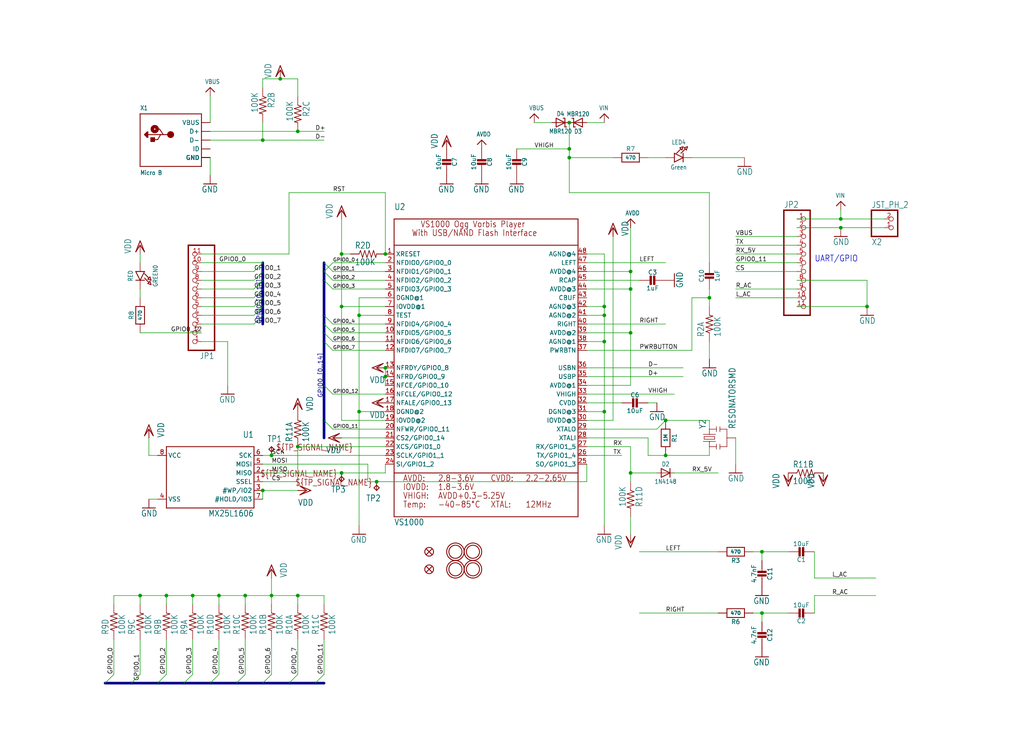
<source format=kicad_sch>
(kicad_sch (version 20230121) (generator eeschema)
  (paper "User" 297.002 218.313)
  (junction (at 99.06 137.16))
  (junction (at 40.64 172.72))
  (junction (at 182.88 83.82))
  (junction (at 182.88 137.16))
  (junction (at 78.74 172.72))
  (junction (at 76.2 40.64))
  (junction (at 86.36 172.72))
  (junction (at 71.12 172.72))
  (junction (at 220.98 160.02))
  (junction (at 48.26 172.72))
  (junction (at 111.76 109.22))
  (junction (at 81.28 22.86))
  (junction (at 99.06 88.9))
  (junction (at 111.76 106.68))
  (junction (at 104.14 119.38))
  (junction (at 86.36 129.54))
  (junction (at 99.06 73.66))
  (junction (at 78.74 132.08))
  (junction (at 182.88 96.52))
  (junction (at 55.88 172.72))
  (junction (at 165.1 43.18))
  (junction (at 220.98 177.8))
  (junction (at 104.14 91.44))
  (junction (at 86.36 38.1))
  (junction (at 111.76 73.66))
  (junction (at 182.88 78.74))
  (junction (at 205.74 86.36))
  (junction (at 63.5 172.72))
  (junction (at 175.26 119.38))
  (junction (at 251.46 88.9))
  (junction (at 165.1 45.72))
  (junction (at 76.2 142.24))
  (junction (at 243.84 63.5))
  (junction (at 193.04 132.08))
  (junction (at 193.04 121.92))
  (junction (at 175.26 91.44))
  (junction (at 243.84 66.04))
  (junction (at 165.1 35.56))
  (junction (at 175.26 88.9))
  (junction (at 109.22 139.7))
  (junction (at 175.26 99.06))
  (bus_entry (at 73.66 88.9) (size 2.54 -2.54))
  (bus_entry (at 63.5 195.58) (size -2.54 2.54))
  (bus_entry (at 73.66 83.82) (size 2.54 -2.54))
  (bus_entry (at 93.98 195.58) (size -2.54 2.54))
  (bus_entry (at 48.26 195.58) (size -2.54 2.54))
  (bus_entry (at 96.52 101.6) (size -2.54 -2.54))
  (bus_entry (at 73.66 86.36) (size 2.54 -2.54))
  (bus_entry (at 96.52 78.74) (size -2.54 -2.54))
  (bus_entry (at 96.52 76.2) (size -2.54 2.54))
  (bus_entry (at 71.12 195.58) (size -2.54 2.54))
  (bus_entry (at 73.66 91.44) (size 2.54 -2.54))
  (bus_entry (at 96.52 124.46) (size -2.54 -2.54))
  (bus_entry (at 73.66 78.74) (size 2.54 -2.54))
  (bus_entry (at 86.36 195.58) (size -2.54 2.54))
  (bus_entry (at 96.52 93.98) (size -2.54 -2.54))
  (bus_entry (at 96.52 99.06) (size -2.54 -2.54))
  (bus_entry (at 40.64 195.58) (size -2.54 2.54))
  (bus_entry (at 78.74 195.58) (size -2.54 2.54))
  (bus_entry (at 73.66 81.28) (size 2.54 -2.54))
  (bus_entry (at 96.52 83.82) (size -2.54 -2.54))
  (bus_entry (at 55.88 195.58) (size -2.54 2.54))
  (bus_entry (at 96.52 81.28) (size -2.54 -2.54))
  (bus_entry (at 73.66 93.98) (size 2.54 -2.54))
  (bus_entry (at 96.52 114.3) (size -2.54 -2.54))
  (bus_entry (at 33.02 195.58) (size -2.54 2.54))
  (bus_entry (at 96.52 96.52) (size -2.54 -2.54))
  (wire (pts (xy 177.8 45.72) (xy 165.1 45.72)) (stroke (width 0.1524)))
  (wire (pts (xy 60.96 38.1) (xy 86.36 38.1)) (stroke (width 0.1524)))
  (wire (pts (xy 175.26 88.9) (xy 170.18 88.9)) (stroke (width 0.1524)))
  (wire (pts (xy 33.02 172.72) (xy 40.64 172.72)) (stroke (width 0.1524)))
  (wire (pts (xy 251.46 81.28) (xy 251.46 88.9)) (stroke (width 0.1524)))
  (wire (pts (xy 205.74 104.14) (xy 205.74 99.06)) (stroke (width 0.1524)))
  (wire (pts (xy 170.18 132.08) (xy 180.34 132.08)) (stroke (width 0.1524)))
  (wire (pts (xy 111.76 129.54) (xy 86.36 129.54)) (stroke (width 0.1524)))
  (wire (pts (xy 111.76 119.38) (xy 104.14 119.38)) (stroke (width 0.1524)))
  (wire (pts (xy 60.96 27.94) (xy 60.96 35.56)) (stroke (width 0.1524)))
  (wire (pts (xy 104.14 119.38) (xy 104.14 152.4)) (stroke (width 0.1524)))
  (wire (pts (xy 170.18 129.54) (xy 182.88 129.54)) (stroke (width 0.1524)))
  (wire (pts (xy 40.64 83.82) (xy 40.64 86.36)) (stroke (width 0.1524)))
  (wire (pts (xy 58.42 81.28) (xy 73.66 81.28)) (stroke (width 0.1524)))
  (wire (pts (xy 58.42 93.98) (xy 73.66 93.98)) (stroke (width 0.1524)))
  (bus (pts (xy 93.98 93.98) (xy 93.98 96.52)) (stroke (width 0.762)))
  (bus (pts (xy 76.2 198.12) (xy 83.82 198.12)) (stroke (width 0.762)))
  (wire (pts (xy 58.42 76.2) (xy 76.2 76.2)) (stroke (width 0.1524)))
  (wire (pts (xy 175.26 99.06) (xy 175.26 119.38)) (stroke (width 0.1524)))
  (wire (pts (xy 83.82 55.88) (xy 111.76 55.88)) (stroke (width 0.1524)))
  (wire (pts (xy 55.88 195.58) (xy 55.88 185.42)) (stroke (width 0.1524)))
  (wire (pts (xy 76.2 40.64) (xy 60.96 40.64)) (stroke (width 0.1524)))
  (wire (pts (xy 78.74 172.72) (xy 86.36 172.72)) (stroke (width 0.1524)))
  (bus (pts (xy 93.98 76.2) (xy 93.98 78.74)) (stroke (width 0.762)))
  (wire (pts (xy 101.6 73.66) (xy 99.06 73.66)) (stroke (width 0.1524)))
  (wire (pts (xy 205.74 55.88) (xy 205.74 76.2)) (stroke (width 0.1524)))
  (wire (pts (xy 165.1 43.18) (xy 165.1 45.72)) (stroke (width 0.1524)))
  (wire (pts (xy 86.36 38.1) (xy 93.98 38.1)) (stroke (width 0.1524)))
  (wire (pts (xy 231.14 71.12) (xy 213.36 71.12)) (stroke (width 0.1524)))
  (bus (pts (xy 93.98 111.76) (xy 93.98 121.92)) (stroke (width 0.762)))
  (wire (pts (xy 175.26 91.44) (xy 175.26 99.06)) (stroke (width 0.1524)))
  (wire (pts (xy 111.76 93.98) (xy 96.52 93.98)) (stroke (width 0.1524)))
  (wire (pts (xy 109.22 139.7) (xy 170.18 139.7)) (stroke (width 0.1524)))
  (wire (pts (xy 170.18 35.56) (xy 175.26 35.56)) (stroke (width 0.1524)))
  (wire (pts (xy 43.18 132.08) (xy 45.72 132.08)) (stroke (width 0.1524)))
  (wire (pts (xy 170.18 93.98) (xy 193.04 93.98)) (stroke (width 0.1524)))
  (wire (pts (xy 231.14 76.2) (xy 213.36 76.2)) (stroke (width 0.1524)))
  (wire (pts (xy 231.14 83.82) (xy 213.36 83.82)) (stroke (width 0.1524)))
  (wire (pts (xy 40.64 195.58) (xy 40.64 185.42)) (stroke (width 0.1524)))
  (bus (pts (xy 76.2 91.44) (xy 76.2 93.98)) (stroke (width 0.762)))
  (wire (pts (xy 111.76 106.68) (xy 111.76 109.22)) (stroke (width 0.1524)))
  (wire (pts (xy 63.5 172.72) (xy 71.12 172.72)) (stroke (width 0.1524)))
  (wire (pts (xy 111.76 114.3) (xy 96.52 114.3)) (stroke (width 0.1524)))
  (bus (pts (xy 76.2 81.28) (xy 76.2 83.82)) (stroke (width 0.762)))
  (wire (pts (xy 170.18 101.6) (xy 200.66 101.6)) (stroke (width 0.1524)))
  (bus (pts (xy 76.2 88.9) (xy 76.2 91.44)) (stroke (width 0.762)))
  (wire (pts (xy 99.06 137.16) (xy 111.76 137.16)) (stroke (width 0.1524)))
  (wire (pts (xy 236.22 177.8) (xy 236.22 172.72)) (stroke (width 0.1524)))
  (wire (pts (xy 185.42 177.8) (xy 208.28 177.8)) (stroke (width 0.1524)))
  (wire (pts (xy 165.1 55.88) (xy 205.74 55.88)) (stroke (width 0.1524)))
  (wire (pts (xy 86.36 195.58) (xy 86.36 185.42)) (stroke (width 0.1524)))
  (wire (pts (xy 86.36 22.86) (xy 86.36 27.94)) (stroke (width 0.1524)))
  (wire (pts (xy 76.2 142.24) (xy 86.36 142.24)) (stroke (width 0.1524)))
  (wire (pts (xy 256.54 66.04) (xy 243.84 66.04)) (stroke (width 0.1524)))
  (wire (pts (xy 170.18 78.74) (xy 182.88 78.74)) (stroke (width 0.1524)))
  (wire (pts (xy 86.36 139.7) (xy 76.2 139.7)) (stroke (width 0.1524)))
  (wire (pts (xy 205.74 83.82) (xy 205.74 86.36)) (stroke (width 0.1524)))
  (wire (pts (xy 231.14 68.58) (xy 213.36 68.58)) (stroke (width 0.1524)))
  (wire (pts (xy 78.74 167.64) (xy 78.74 172.72)) (stroke (width 0.1524)))
  (wire (pts (xy 33.02 195.58) (xy 33.02 185.42)) (stroke (width 0.1524)))
  (wire (pts (xy 236.22 172.72) (xy 254 172.72)) (stroke (width 0.1524)))
  (wire (pts (xy 55.88 172.72) (xy 63.5 172.72)) (stroke (width 0.1524)))
  (wire (pts (xy 71.12 195.58) (xy 71.12 185.42)) (stroke (width 0.1524)))
  (wire (pts (xy 231.14 73.66) (xy 213.36 73.66)) (stroke (width 0.1524)))
  (wire (pts (xy 190.5 124.46) (xy 193.04 121.92)) (stroke (width 0.1524)))
  (wire (pts (xy 111.76 76.2) (xy 96.52 76.2)) (stroke (width 0.1524)))
  (bus (pts (xy 60.96 198.12) (xy 68.58 198.12)) (stroke (width 0.762)))
  (wire (pts (xy 106.68 134.62) (xy 106.68 139.7)) (stroke (width 0.1524)))
  (wire (pts (xy 104.14 91.44) (xy 104.14 119.38)) (stroke (width 0.1524)))
  (wire (pts (xy 182.88 96.52) (xy 182.88 83.82)) (stroke (width 0.1524)))
  (wire (pts (xy 182.88 137.16) (xy 182.88 139.7)) (stroke (width 0.1524)))
  (bus (pts (xy 30.48 198.12) (xy 38.1 198.12)) (stroke (width 0.762)))
  (wire (pts (xy 220.98 177.8) (xy 228.6 177.8)) (stroke (width 0.1524)))
  (wire (pts (xy 170.18 106.68) (xy 198.12 106.68)) (stroke (width 0.1524)))
  (bus (pts (xy 93.98 99.06) (xy 93.98 111.76)) (stroke (width 0.762)))
  (wire (pts (xy 76.2 137.16) (xy 99.06 137.16)) (stroke (width 0.1524)))
  (wire (pts (xy 200.66 101.6) (xy 200.66 86.36)) (stroke (width 0.1524)))
  (wire (pts (xy 218.44 160.02) (xy 220.98 160.02)) (stroke (width 0.1524)))
  (wire (pts (xy 218.44 177.8) (xy 220.98 177.8)) (stroke (width 0.1524)))
  (wire (pts (xy 154.94 35.56) (xy 160.02 35.56)) (stroke (width 0.1524)))
  (wire (pts (xy 187.96 116.84) (xy 190.5 116.84)) (stroke (width 0.1524)))
  (wire (pts (xy 99.06 121.92) (xy 99.06 88.9)) (stroke (width 0.1524)))
  (wire (pts (xy 205.74 132.08) (xy 193.04 132.08)) (stroke (width 0.1524)))
  (wire (pts (xy 193.04 132.08) (xy 187.96 132.08)) (stroke (width 0.1524)))
  (wire (pts (xy 243.84 66.04) (xy 231.14 66.04)) (stroke (width 0.1524)))
  (wire (pts (xy 165.1 43.18) (xy 165.1 35.56)) (stroke (width 0.1524)))
  (wire (pts (xy 182.88 78.74) (xy 182.88 66.04)) (stroke (width 0.1524)))
  (wire (pts (xy 170.18 83.82) (xy 182.88 83.82)) (stroke (width 0.1524)))
  (wire (pts (xy 99.06 88.9) (xy 99.06 73.66)) (stroke (width 0.1524)))
  (wire (pts (xy 170.18 99.06) (xy 175.26 99.06)) (stroke (width 0.1524)))
  (wire (pts (xy 231.14 81.28) (xy 251.46 81.28)) (stroke (width 0.1524)))
  (wire (pts (xy 78.74 132.08) (xy 76.2 132.08)) (stroke (width 0.1524)))
  (bus (pts (xy 93.98 91.44) (xy 93.98 93.98)) (stroke (width 0.762)))
  (bus (pts (xy 38.1 198.12) (xy 45.72 198.12)) (stroke (width 0.762)))
  (wire (pts (xy 200.66 45.72) (xy 215.9 45.72)) (stroke (width 0.1524)))
  (wire (pts (xy 170.18 121.92) (xy 177.8 121.92)) (stroke (width 0.1524)))
  (wire (pts (xy 40.64 96.52) (xy 58.42 96.52)) (stroke (width 0.1524)))
  (wire (pts (xy 83.82 73.66) (xy 83.82 55.88)) (stroke (width 0.1524)))
  (wire (pts (xy 76.2 25.4) (xy 76.2 22.86)) (stroke (width 0.1524)))
  (wire (pts (xy 76.2 142.24) (xy 76.2 144.78)) (stroke (width 0.1524)))
  (wire (pts (xy 170.18 73.66) (xy 175.26 73.66)) (stroke (width 0.1524)))
  (wire (pts (xy 182.88 83.82) (xy 182.88 78.74)) (stroke (width 0.1524)))
  (bus (pts (xy 76.2 86.36) (xy 76.2 88.9)) (stroke (width 0.762)))
  (wire (pts (xy 40.64 172.72) (xy 48.26 172.72)) (stroke (width 0.1524)))
  (wire (pts (xy 175.26 119.38) (xy 175.26 152.4)) (stroke (width 0.1524)))
  (wire (pts (xy 111.76 78.74) (xy 96.52 78.74)) (stroke (width 0.1524)))
  (wire (pts (xy 165.1 45.72) (xy 165.1 55.88)) (stroke (width 0.1524)))
  (wire (pts (xy 48.26 172.72) (xy 55.88 172.72)) (stroke (width 0.1524)))
  (wire (pts (xy 200.66 86.36) (xy 205.74 86.36)) (stroke (width 0.1524)))
  (wire (pts (xy 170.18 91.44) (xy 175.26 91.44)) (stroke (width 0.1524)))
  (wire (pts (xy 66.04 99.06) (xy 66.04 111.76)) (stroke (width 0.1524)))
  (wire (pts (xy 170.18 116.84) (xy 180.34 116.84)) (stroke (width 0.1524)))
  (wire (pts (xy 93.98 185.42) (xy 93.98 195.58)) (stroke (width 0.1524)))
  (wire (pts (xy 43.18 144.78) (xy 45.72 144.78)) (stroke (width 0.1524)))
  (wire (pts (xy 220.98 160.02) (xy 220.98 162.56)) (stroke (width 0.1524)))
  (wire (pts (xy 231.14 78.74) (xy 213.36 78.74)) (stroke (width 0.1524)))
  (wire (pts (xy 93.98 175.26) (xy 93.98 172.72)) (stroke (width 0.1524)))
  (wire (pts (xy 86.36 129.54) (xy 86.36 139.7)) (stroke (width 0.1524)))
  (wire (pts (xy 170.18 76.2) (xy 193.04 76.2)) (stroke (width 0.1524)))
  (bus (pts (xy 53.34 198.12) (xy 60.96 198.12)) (stroke (width 0.762)))
  (bus (pts (xy 83.82 198.12) (xy 91.44 198.12)) (stroke (width 0.762)))
  (wire (pts (xy 243.84 63.5) (xy 256.54 63.5)) (stroke (width 0.1524)))
  (bus (pts (xy 68.58 198.12) (xy 76.2 198.12)) (stroke (width 0.762)))
  (wire (pts (xy 254 167.64) (xy 236.22 167.64)) (stroke (width 0.1524)))
  (wire (pts (xy 111.76 121.92) (xy 99.06 121.92)) (stroke (width 0.1524)))
  (wire (pts (xy 231.14 63.5) (xy 243.84 63.5)) (stroke (width 0.1524)))
  (wire (pts (xy 182.88 129.54) (xy 182.88 137.16)) (stroke (width 0.1524)))
  (wire (pts (xy 220.98 160.02) (xy 228.6 160.02)) (stroke (width 0.1524)))
  (wire (pts (xy 111.76 81.28) (xy 96.52 81.28)) (stroke (width 0.1524)))
  (wire (pts (xy 111.76 124.46) (xy 96.52 124.46)) (stroke (width 0.1524)))
  (bus (pts (xy 93.98 78.74) (xy 93.98 81.28)) (stroke (width 0.762)))
  (wire (pts (xy 213.36 127) (xy 213.36 134.62)) (stroke (width 0.1524)))
  (wire (pts (xy 106.68 139.7) (xy 109.22 139.7)) (stroke (width 0.1524)))
  (wire (pts (xy 76.2 22.86) (xy 81.28 22.86)) (stroke (width 0.1524)))
  (wire (pts (xy 93.98 40.64) (xy 76.2 40.64)) (stroke (width 0.1524)))
  (wire (pts (xy 111.76 88.9) (xy 99.06 88.9)) (stroke (width 0.1524)))
  (wire (pts (xy 81.28 22.86) (xy 86.36 22.86)) (stroke (width 0.1524)))
  (wire (pts (xy 205.74 121.92) (xy 205.74 124.46)) (stroke (width 0.1524)))
  (wire (pts (xy 182.88 149.86) (xy 182.88 154.94)) (stroke (width 0.1524)))
  (bus (pts (xy 76.2 76.2) (xy 76.2 78.74)) (stroke (width 0.762)))
  (wire (pts (xy 187.96 45.72) (xy 193.04 45.72)) (stroke (width 0.1524)))
  (bus (pts (xy 93.98 121.92) (xy 93.98 127)) (stroke (width 0.762)))
  (wire (pts (xy 236.22 160.02) (xy 236.22 167.64)) (stroke (width 0.1524)))
  (wire (pts (xy 40.64 175.26) (xy 40.64 172.72)) (stroke (width 0.1524)))
  (wire (pts (xy 58.42 99.06) (xy 66.04 99.06)) (stroke (width 0.1524)))
  (bus (pts (xy 76.2 78.74) (xy 76.2 81.28)) (stroke (width 0.762)))
  (bus (pts (xy 91.44 198.12) (xy 93.98 198.12)) (stroke (width 0.762)))
  (wire (pts (xy 58.42 88.9) (xy 73.66 88.9)) (stroke (width 0.1524)))
  (bus (pts (xy 93.98 96.52) (xy 93.98 99.06)) (stroke (width 0.762)))
  (wire (pts (xy 170.18 81.28) (xy 185.42 81.28)) (stroke (width 0.1524)))
  (wire (pts (xy 48.26 175.26) (xy 48.26 172.72)) (stroke (width 0.1524)))
  (wire (pts (xy 58.42 86.36) (xy 73.66 86.36)) (stroke (width 0.1524)))
  (wire (pts (xy 63.5 175.26) (xy 63.5 172.72)) (stroke (width 0.1524)))
  (wire (pts (xy 213.36 86.36) (xy 231.14 86.36)) (stroke (width 0.1524)))
  (wire (pts (xy 111.76 111.76) (xy 111.76 109.22)) (stroke (width 0.1524)))
  (wire (pts (xy 175.26 88.9) (xy 175.26 91.44)) (stroke (width 0.1524)))
  (wire (pts (xy 190.5 137.16) (xy 182.88 137.16)) (stroke (width 0.1524)))
  (wire (pts (xy 187.96 127) (xy 170.18 127)) (stroke (width 0.1524)))
  (wire (pts (xy 111.76 83.82) (xy 96.52 83.82)) (stroke (width 0.1524)))
  (wire (pts (xy 177.8 121.92) (xy 177.8 68.58)) (stroke (width 0.1524)))
  (wire (pts (xy 78.74 175.26) (xy 78.74 172.72)) (stroke (width 0.1524)))
  (wire (pts (xy 170.18 109.22) (xy 198.12 109.22)) (stroke (width 0.1524)))
  (wire (pts (xy 43.18 127) (xy 43.18 132.08)) (stroke (width 0.1524)))
  (wire (pts (xy 170.18 119.38) (xy 175.26 119.38)) (stroke (width 0.1524)))
  (wire (pts (xy 111.76 55.88) (xy 111.76 73.66)) (stroke (width 0.1524)))
  (wire (pts (xy 55.88 175.26) (xy 55.88 172.72)) (stroke (width 0.1524)))
  (wire (pts (xy 195.58 137.16) (xy 208.28 137.16)) (stroke (width 0.1524)))
  (wire (pts (xy 187.96 132.08) (xy 187.96 127)) (stroke (width 0.1524)))
  (wire (pts (xy 58.42 91.44) (xy 73.66 91.44)) (stroke (width 0.1524)))
  (wire (pts (xy 175.26 73.66) (xy 175.26 88.9)) (stroke (width 0.1524)))
  (wire (pts (xy 111.76 101.6) (xy 96.52 101.6)) (stroke (width 0.1524)))
  (wire (pts (xy 76.2 35.56) (xy 76.2 40.64)) (stroke (width 0.1524)))
  (wire (pts (xy 71.12 172.72) (xy 78.74 172.72)) (stroke (width 0.1524)))
  (wire (pts (xy 58.42 83.82) (xy 73.66 83.82)) (stroke (width 0.1524)))
  (wire (pts (xy 170.18 96.52) (xy 182.88 96.52)) (stroke (width 0.1524)))
  (wire (pts (xy 170.18 111.76) (xy 182.88 111.76)) (stroke (width 0.1524)))
  (wire (pts (xy 63.5 195.58) (xy 63.5 185.42)) (stroke (width 0.1524)))
  (wire (pts (xy 170.18 124.46) (xy 190.5 124.46)) (stroke (width 0.1524)))
  (wire (pts (xy 243.84 63.5) (xy 243.84 60.96)) (stroke (width 0.1524)))
  (wire (pts (xy 33.02 175.26) (xy 33.02 172.72)) (stroke (width 0.1524)))
  (wire (pts (xy 104.14 86.36) (xy 104.14 91.44)) (stroke (width 0.1524)))
  (bus (pts (xy 45.72 198.12) (xy 53.34 198.12)) (stroke (width 0.762)))
  (wire (pts (xy 111.76 132.08) (xy 78.74 132.08)) (stroke (width 0.1524)))
  (wire (pts (xy 40.64 73.66) (xy 40.64 76.2)) (stroke (width 0.1524)))
  (wire (pts (xy 170.18 114.3) (xy 195.58 114.3)) (stroke (width 0.1524)))
  (wire (pts (xy 78.74 195.58) (xy 78.74 185.42)) (stroke (width 0.1524)))
  (wire (pts (xy 185.42 160.02) (xy 208.28 160.02)) (stroke (width 0.1524)))
  (wire (pts (xy 193.04 121.92) (xy 205.74 121.92)) (stroke (width 0.1524)))
  (wire (pts (xy 149.86 43.18) (xy 165.1 43.18)) (stroke (width 0.1524)))
  (wire (pts (xy 111.76 99.06) (xy 96.52 99.06)) (stroke (width 0.1524)))
  (wire (pts (xy 58.42 78.74) (xy 73.66 78.74)) (stroke (width 0.1524)))
  (wire (pts (xy 60.96 50.8) (xy 60.96 45.72)) (stroke (width 0.1524)))
  (wire (pts (xy 170.18 139.7) (xy 170.18 134.62)) (stroke (width 0.1524)))
  (wire (pts (xy 76.2 134.62) (xy 106.68 134.62)) (stroke (width 0.1524)))
  (wire (pts (xy 111.76 137.16) (xy 111.76 134.62)) (stroke (width 0.1524)))
  (wire (pts (xy 86.36 172.72) (xy 93.98 172.72)) (stroke (width 0.1524)))
  (wire (pts (xy 99.06 73.66) (xy 99.06 63.5)) (stroke (width 0.1524)))
  (wire (pts (xy 111.76 91.44) (xy 104.14 91.44)) (stroke (width 0.1524)))
  (wire (pts (xy 48.26 195.58) (xy 48.26 185.42)) (stroke (width 0.1524)))
  (bus (pts (xy 76.2 83.82) (xy 76.2 86.36)) (stroke (width 0.762)))
  (wire (pts (xy 231.14 88.9) (xy 251.46 88.9)) (stroke (width 0.1524)))
  (wire (pts (xy 58.42 73.66) (xy 83.82 73.66)) (stroke (width 0.1524)))
  (wire (pts (xy 182.88 111.76) (xy 182.88 96.52)) (stroke (width 0.1524)))
  (wire (pts (xy 86.36 175.26) (xy 86.36 172.72)) (stroke (width 0.1524)))
  (wire (pts (xy 205.74 86.36) (xy 205.74 88.9)) (stroke (width 0.1524)))
  (bus (pts (xy 93.98 81.28) (xy 93.98 91.44)) (stroke (width 0.762)))
  (wire (pts (xy 205.74 129.54) (xy 205.74 132.08)) (stroke (width 0.1524)))
  (wire (pts (xy 111.76 86.36) (xy 104.14 86.36)) (stroke (width 0.1524)))
  (wire (pts (xy 111.76 127) (xy 99.06 127)) (stroke (width 0.1524)))
  (wire (pts (xy 71.12 175.26) (xy 71.12 172.72)) (stroke (width 0.1524)))
  (wire (pts (xy 220.98 177.8) (xy 220.98 180.34)) (stroke (width 0.1524)))
  (wire (pts (xy 111.76 96.52) (xy 96.52 96.52)) (stroke (width 0.1524)))
  (text "UART/GPIO" (at 236.22 76.2 0) (effects (font (size 1.778 1.5113)) (justify left bottom)))
  (label "GPIO0_6" (at 73.66 91.44 0) (effects (font (size 1.2446 1.2446))))
  (label "LEFT" (at 193.04 160.02 0) (effects (font (size 1.2446 1.2446))))
  (label "GPIO0_[0..14]" (at 93.98 102.235 270) (effects (font (size 1.2446 1.2446))))
  (label "GPIO0_5" (at 71.12 195.58 90) (effects (font (size 1.2446 1.2446))))
  (label "GPIO0_5" (at 96.52 96.52 0) (effects (font (size 1.016 1.016))))
  (label "TX" (at 213.36 71.12 0) (effects (font (size 1.2446 1.2446))))
  (label "GPIO0_5" (at 73.66 88.9 0) (effects (font (size 1.2446 1.2446))))
  (label "GPIO0_7" (at 86.36 195.58 90) (effects (font (size 1.2446 1.2446))))
  (label "GPIO0_0" (at 96.52 76.2 0) (effects (font (size 1.016 1.016))))
  (label "VHIGH" (at 187.96 114.3 0) (effects (font (size 1.2446 1.2446))))
  (label "GPIO0_11" (at 96.52 124.46 0) (effects (font (size 1.016 1.016))))
  (label "CS" (at 213.36 78.74 0) (effects (font (size 1.2446 1.2446))))
  (label "GPIO0_7" (at 96.52 101.6 0) (effects (font (size 1.016 1.016))))
  (label "D+" (at 187.96 109.22 0) (effects (font (size 1.2446 1.2446))))
  (label "GPIO0_12" (at 49.53 96.52 0) (effects (font (size 1.2446 1.2446))))
  (label "MISO" (at 78.74 137.16 0) (effects (font (size 1.2446 1.2446))))
  (label "GPIO0_3" (at 73.66 83.82 0) (effects (font (size 1.2446 1.2446))))
  (label "GPIO0_4" (at 73.66 86.36 0) (effects (font (size 1.2446 1.2446))))
  (label "GPIO0_2" (at 48.26 195.58 90) (effects (font (size 1.2446 1.2446))))
  (label "CS" (at 78.74 139.7 0) (effects (font (size 1.2446 1.2446))))
  (label "GPIO0_4" (at 96.52 93.98 0) (effects (font (size 1.016 1.016))))
  (label "D-" (at 187.96 106.68 0) (effects (font (size 1.2446 1.2446))))
  (label "RX" (at 177.8 129.54 0) (effects (font (size 1.2446 1.2446))))
  (label "RX_5V" (at 200.66 137.16 0) (effects (font (size 1.2446 1.2446))))
  (label "RIGHT" (at 185.42 93.98 0) (effects (font (size 1.2446 1.2446))))
  (label "LEFT" (at 185.42 76.2 0) (effects (font (size 1.2446 1.2446))))
  (label "GPIO0_[0..14]" (at 76.2 93.98 90) (effects (font (size 1.2446 1.2446))))
  (label "GPIO0_7" (at 73.66 93.98 0) (effects (font (size 1.2446 1.2446))))
  (label "MOSI" (at 78.74 134.62 0) (effects (font (size 1.2446 1.2446))))
  (label "GPIO0_11" (at 93.98 195.58 90) (effects (font (size 1.2446 1.2446))))
  (label "GPIO0_0" (at 63.5 76.2 0) (effects (font (size 1.2446 1.2446))))
  (label "RST" (at 96.52 55.88 0) (effects (font (size 1.2446 1.2446))))
  (label "L_AC" (at 241.3 167.64 0) (effects (font (size 1.2446 1.2446))))
  (label "GPIO0_1" (at 73.66 78.74 0) (effects (font (size 1.2446 1.2446))))
  (label "R_AC" (at 241.3 172.72 0) (effects (font (size 1.2446 1.2446))))
  (label "TX" (at 177.8 132.08 0) (effects (font (size 1.2446 1.2446))))
  (label "GPIO0_1" (at 96.52 78.74 0) (effects (font (size 1.016 1.016))))
  (label "D+" (at 91.44 38.1 0) (effects (font (size 1.2446 1.2446))))
  (label "RX_5V" (at 213.36 73.66 0) (effects (font (size 1.2446 1.2446))))
  (label "GPIO0_2" (at 73.66 81.28 0) (effects (font (size 1.2446 1.2446))))
  (label "GPIO0_4" (at 63.5 195.58 90) (effects (font (size 1.2446 1.2446))))
  (label "VHIGH" (at 154.94 43.18 0) (effects (font (size 1.2446 1.2446))))
  (label "GPIO0_6" (at 96.52 99.06 0) (effects (font (size 1.016 1.016))))
  (label "GPIO0_3" (at 55.88 195.58 90) (effects (font (size 1.2446 1.2446))))
  (label "RIGHT" (at 193.04 177.8 0) (effects (font (size 1.2446 1.2446))))
  (label "R_AC" (at 213.36 83.82 0) (effects (font (size 1.2446 1.2446))))
  (label "GPIO0_6" (at 78.74 195.58 90) (effects (font (size 1.2446 1.2446))))
  (label "D-" (at 91.44 40.64 0) (effects (font (size 1.2446 1.2446))))
  (label "PWRBUTTON" (at 185.42 101.6 0) (effects (font (size 1.2446 1.2446))))
  (label "GPIO0_12" (at 96.52 114.3 0) (effects (font (size 1.016 1.016))))
  (label "GPIO0_0" (at 33.02 195.58 90) (effects (font (size 1.2446 1.2446))))
  (label "GPIO0_2" (at 96.52 81.28 0) (effects (font (size 1.016 1.016))))
  (label "GPIO0_11" (at 213.36 76.2 0) (effects (font (size 1.2446 1.2446))))
  (label "GPIO0_1" (at 40.64 197.485 90) (effects (font (size 1.2446 1.2446))))
  (label "L_AC" (at 213.36 86.36 0) (effects (font (size 1.2446 1.2446))))
  (label "SCK" (at 78.74 132.08 0) (effects (font (size 1.2446 1.2446))))
  (label "VBUS" (at 213.36 68.58 0) (effects (font (size 1.2446 1.2446))))
  (label "GPIO0_3" (at 96.52 83.82 0) (effects (font (size 1.016 1.016))))
  (symbol (lib_id "working-eagle-import:CAP_CERAMIC0805_10MGAP") (at 129.54 45.72 180) (unit 1)
    (property "Reference" "C7" (at 131.83 46.97 90))
    (property "Value" "10uF" (at 127.24 46.97 90))
    (property "Footprint" "working:0805_10MGAP" (effects hide))
  )
  (symbol (lib_id "working-eagle-import:MOUNTINGHOLE2.5") (at 137.16 165.1 0) (unit 1)
    (property "Reference" "U$5" (effects hide))
    (property "Value" "MOUNTINGHOLE2.5" (effects hide))
    (property "Footprint" "working:MOUNTINGHOLE_2.5_PLATED" (effects hide))
  )
  (symbol (lib_id "working-eagle-import:VDD") (at 99.06 60.96 0) (unit 1)
    (property "Reference" "#VDD5" (effects hide))
    (property "Value" "VDD" (at 96.52 63.5 90) (effects (font (size 1.778 1.5113)) (justify left bottom)))
  )
  (symbol (lib_id "working-eagle-import:VDD") (at 40.64 71.12 0) (unit 1)
    (property "Reference" "#VDD9" (effects hide))
    (property "Value" "VDD" (at 38.1 73.66 90) (effects (font (size 1.778 1.5113)) (justify left bottom)))
  )
  (symbol (lib_id "working-eagle-import:USB_MICRO_20329_V2") (at 50.8 40.64 0) (unit 1)
    (property "Reference" "X1" (at 40.64 32.004 0) (effects (font (size 1.27 1.0795)) (justify left bottom)))
    (property "Value" "Micro B" (at 40.64 50.8 0) (effects (font (size 1.27 1.0795)) (justify left bottom)))
    (property "Footprint" "working:4UCONN_20329_V2" (effects hide))
  )
  (symbol (lib_id "working-eagle-import:CAP_CERAMIC0805-NOOUTLINE") (at 231.14 177.8 270) (mirror x) (unit 1)
    (property "Reference" "C2" (at 232.39 180.09 90))
    (property "Value" "10uF" (at 232.39 175.5 90))
    (property "Footprint" "working:0805-NO" (effects hide))
  )
  (symbol (lib_id "working-eagle-import:RESISTOR_4PACK_US") (at 40.64 180.34 90) (unit 3)
    (property "Reference" "R9" (at 39.1414 184.15 0) (effects (font (size 1.778 1.5113)) (justify left bottom)))
    (property "Value" "100K" (at 43.942 184.15 0) (effects (font (size 1.778 1.5113)) (justify left bottom)))
    (property "Footprint" "working:RESPACK_4X0603" (effects hide))
  )
  (symbol (lib_id "working-eagle-import:VS1000") (at 142.24 104.14 0) (unit 1)
    (property "Reference" "U2" (at 114.3 60.96 0) (effects (font (size 1.778 1.5113)) (justify left bottom)))
    (property "Value" "VS1000" (at 114.3 152.4 0) (effects (font (size 1.778 1.5113)) (justify left bottom)))
    (property "Footprint" "working:LQFP48" (effects hide))
  )
  (symbol (lib_id "working-eagle-import:RESISTOR_4PACK_US") (at 182.88 144.78 270) (unit 4)
    (property "Reference" "R11" (at 184.3786 140.97 0) (effects (font (size 1.778 1.5113)) (justify left bottom)))
    (property "Value" "100K" (at 179.578 140.97 0) (effects (font (size 1.778 1.5113)) (justify left bottom)))
    (property "Footprint" "working:RESPACK_4X0603" (effects hide))
  )
  (symbol (lib_id "working-eagle-import:DIODE-SCHOTTKYSOD-123") (at 162.56 35.56 0) (unit 1)
    (property "Reference" "D4" (at 162.56 33.02 0) (effects (font (size 1.27 1.0795))))
    (property "Value" "MBR120" (at 162.56 38.06 0) (effects (font (size 1.27 1.0795))))
    (property "Footprint" "working:SOD-123" (effects hide))
  )
  (symbol (lib_id "working-eagle-import:VDD") (at 43.18 124.46 0) (mirror y) (unit 1)
    (property "Reference" "#VDD1" (effects hide))
    (property "Value" "VDD" (at 45.72 127 90) (effects (font (size 1.778 1.5113)) (justify left bottom)))
  )
  (symbol (lib_id "working-eagle-import:RESISTOR_4PACK_US") (at 71.12 180.34 90) (unit 3)
    (property "Reference" "R10" (at 69.6214 184.15 0) (effects (font (size 1.778 1.5113)) (justify left bottom)))
    (property "Value" "100K" (at 74.422 184.15 0) (effects (font (size 1.778 1.5113)) (justify left bottom)))
    (property "Footprint" "working:RESPACK_4X0603" (effects hide))
  )
  (symbol (lib_id "working-eagle-import:VDD") (at 109.22 116.84 90) (unit 1)
    (property "Reference" "#VDD15" (effects hide))
    (property "Value" "VDD" (at 111.76 119.38 90) (effects (font (size 1.778 1.5113)) (justify left bottom)))
  )
  (symbol (lib_id "working-eagle-import:VIN") (at 175.26 33.02 0) (unit 1)
    (property "Reference" "#U$2" (effects hide))
    (property "Value" "VIN" (at 173.736 32.004 0) (effects (font (size 1.27 1.0795)) (justify left bottom)))
  )
  (symbol (lib_id "working-eagle-import:VDD") (at 96.52 127 90) (unit 1)
    (property "Reference" "#VDD13" (effects hide))
    (property "Value" "VDD" (at 99.06 129.54 90) (effects (font (size 1.778 1.5113)) (justify left bottom)))
  )
  (symbol (lib_id "working-eagle-import:VBUS") (at 154.94 33.02 0) (unit 1)
    (property "Reference" "#U$10" (effects hide))
    (property "Value" "VBUS" (at 153.416 32.004 0) (effects (font (size 1.27 1.0795)) (justify left bottom)))
  )
  (symbol (lib_id "working-eagle-import:TPB1,27") (at 99.06 139.7 180) (unit 1)
    (property "Reference" "TP3" (at 100.33 140.97 0) (effects (font (size 1.778 1.5113)) (justify left bottom)))
    (property "Value" "TPB1,27" (effects hide))
    (property "Footprint" "working:B1,27" (effects hide))
  )
  (symbol (lib_id "working-eagle-import:GND") (at 213.36 137.16 0) (mirror y) (unit 1)
    (property "Reference" "#GND5" (effects hide))
    (property "Value" "GND" (at 215.9 139.7 0) (effects (font (size 1.778 1.5113)) (justify left bottom)))
  )
  (symbol (lib_id "working-eagle-import:VBUS") (at 60.96 25.4 0) (unit 1)
    (property "Reference" "#U$9" (effects hide))
    (property "Value" "VBUS" (at 59.436 24.384 0) (effects (font (size 1.27 1.0795)) (justify left bottom)))
  )
  (symbol (lib_id "working-eagle-import:GND") (at 215.9 48.26 0) (mirror y) (unit 1)
    (property "Reference" "#GND18" (effects hide))
    (property "Value" "GND" (at 218.44 50.8 0) (effects (font (size 1.778 1.5113)) (justify left bottom)))
  )
  (symbol (lib_id "working-eagle-import:VDD") (at 228.6 139.7 0) (mirror x) (unit 1)
    (property "Reference" "#VDD12" (effects hide))
    (property "Value" "VDD" (at 226.06 137.16 90) (effects (font (size 1.778 1.5113)) (justify left bottom)))
  )
  (symbol (lib_id "working-eagle-import:CAP_CERAMIC0805-NOOUTLINE") (at 220.98 185.42 0) (mirror y) (unit 1)
    (property "Reference" "C12" (at 223.27 184.17 90))
    (property "Value" "4.7nF" (at 218.68 184.17 90))
    (property "Footprint" "working:0805-NO" (effects hide))
  )
  (symbol (lib_id "working-eagle-import:CAP_CERAMIC0805-NOOUTLINE") (at 149.86 45.72 180) (unit 1)
    (property "Reference" "C9" (at 152.15 46.97 90))
    (property "Value" "10uF" (at 147.56 46.97 90))
    (property "Footprint" "working:0805-NO" (effects hide))
  )
  (symbol (lib_id "working-eagle-import:GND") (at 220.98 190.5 0) (unit 1)
    (property "Reference" "#GND13" (effects hide))
    (property "Value" "GND" (at 218.44 193.04 0) (effects (font (size 1.778 1.5113)) (justify left bottom)))
  )
  (symbol (lib_id "working-eagle-import:TPB1,27") (at 109.22 142.24 180) (unit 1)
    (property "Reference" "TP2" (at 110.49 143.51 0) (effects (font (size 1.778 1.5113)) (justify left bottom)))
    (property "Value" "TPB1,27" (effects hide))
    (property "Footprint" "working:B1,27" (effects hide))
  )
  (symbol (lib_id "working-eagle-import:SPIFLASH_SOIC8208MIL") (at 60.96 139.7 0) (mirror y) (unit 1)
    (property "Reference" "U1" (at 73.66 127 0) (effects (font (size 1.778 1.5113)) (justify left bottom)))
    (property "Value" " MX25L1606" (at 73.66 149.86 0) (effects (font (size 1.778 1.5113)) (justify left bottom)))
    (property "Footprint" "working:SOIC8_208MIL" (effects hide))
  )
  (symbol (lib_id "working-eagle-import:GND") (at 43.18 147.32 0) (mirror y) (unit 1)
    (property "Reference" "#GND4" (effects hide))
    (property "Value" "GND" (at 45.72 149.86 0) (effects (font (size 1.778 1.5113)) (justify left bottom)))
  )
  (symbol (lib_id "working-eagle-import:CAP_CERAMIC0805-NOOUTLINE") (at 231.14 160.02 270) (mirror x) (unit 1)
    (property "Reference" "C1" (at 232.39 162.31 90))
    (property "Value" "10uF" (at 232.39 157.72 90))
    (property "Footprint" "working:0805-NO" (effects hide))
  )
  (symbol (lib_id "working-eagle-import:RESISTOR_4PACK_US") (at 78.74 180.34 90) (unit 2)
    (property "Reference" "R10" (at 77.2414 184.15 0) (effects (font (size 1.778 1.5113)) (justify left bottom)))
    (property "Value" "100K" (at 82.042 184.15 0) (effects (font (size 1.778 1.5113)) (justify left bottom)))
    (property "Footprint" "working:RESPACK_4X0603" (effects hide))
  )
  (symbol (lib_id "working-eagle-import:VDD") (at 81.28 20.32 0) (unit 1)
    (property "Reference" "#VDD7" (effects hide))
    (property "Value" "VDD" (at 78.74 22.86 90) (effects (font (size 1.778 1.5113)) (justify left bottom)))
  )
  (symbol (lib_id "working-eagle-import:RESISTOR_4PACK_US") (at 76.2 30.48 270) (unit 2)
    (property "Reference" "R2" (at 77.6986 26.67 0) (effects (font (size 1.778 1.5113)) (justify left bottom)))
    (property "Value" "100K" (at 72.898 26.67 0) (effects (font (size 1.778 1.5113)) (justify left bottom)))
    (property "Footprint" "working:RESPACK_4X0603" (effects hide))
  )
  (symbol (lib_id "working-eagle-import:CAP_CERAMIC0805-NOOUTLINE") (at 190.5 81.28 90) (mirror x) (unit 1)
    (property "Reference" "C3" (at 189.25 78.99 90))
    (property "Value" "1uF" (at 189.25 83.58 90))
    (property "Footprint" "working:0805-NO" (effects hide))
  )
  (symbol (lib_id "working-eagle-import:GND") (at 251.46 91.44 0) (mirror y) (unit 1)
    (property "Reference" "#GND17" (effects hide))
    (property "Value" "GND" (at 254 93.98 0) (effects (font (size 1.778 1.5113)) (justify left bottom)))
  )
  (symbol (lib_id "working-eagle-import:RESONATORSMD") (at 205.74 127 90) (unit 1)
    (property "Reference" "Y2" (at 204.724 124.46 0) (effects (font (size 1.778 1.5113)) (justify left bottom)))
    (property "Value" "RESONATORSMD" (at 213.36 124.46 0) (effects (font (size 1.778 1.5113)) (justify left bottom)))
    (property "Footprint" "working:RESONATOR-SMD" (effects hide))
  )
  (symbol (lib_id "working-eagle-import:GND") (at 104.14 154.94 0) (unit 1)
    (property "Reference" "#GND12" (effects hide))
    (property "Value" "GND" (at 101.6 157.48 0) (effects (font (size 1.778 1.5113)) (justify left bottom)))
  )
  (symbol (lib_id "working-eagle-import:HEADER-1X1176MIL") (at 233.68 76.2 0) (unit 1)
    (property "Reference" "JP2" (at 227.33 60.325 0) (effects (font (size 1.778 1.5113)) (justify left bottom)))
    (property "Value" "HEADER-1X1176MIL" (effects hide))
    (property "Footprint" "working:1X11_ROUND_76" (effects hide))
  )
  (symbol (lib_id "working-eagle-import:VDD") (at 109.22 106.68 90) (unit 1)
    (property "Reference" "#VDD14" (effects hide))
    (property "Value" "VDD" (at 111.76 109.22 90) (effects (font (size 1.778 1.5113)) (justify left bottom)))
  )
  (symbol (lib_id "working-eagle-import:RESISTOR_4PACK_US") (at 48.26 180.34 90) (unit 2)
    (property "Reference" "R9" (at 46.7614 184.15 0) (effects (font (size 1.778 1.5113)) (justify left bottom)))
    (property "Value" "100K" (at 51.562 184.15 0) (effects (font (size 1.778 1.5113)) (justify left bottom)))
    (property "Footprint" "working:RESPACK_4X0603" (effects hide))
  )
  (symbol (lib_id "working-eagle-import:RESISTOR0805_NOOUTLINE") (at 182.88 45.72 0) (mirror y) (unit 1)
    (property "Reference" "R7" (at 182.88 43.18 0))
    (property "Value" "470" (at 182.88 45.72 0) (effects (font (size 1.016 1.016) bold)))
    (property "Footprint" "working:0805-NO" (effects hide))
  )
  (symbol (lib_id "working-eagle-import:RESISTOR_4PACK_US") (at 86.36 180.34 90) (unit 1)
    (property "Reference" "R10" (at 84.8614 184.15 0) (effects (font (size 1.778 1.5113)) (justify left bottom)))
    (property "Value" "100K" (at 89.662 184.15 0) (effects (font (size 1.778 1.5113)) (justify left bottom)))
    (property "Footprint" "working:RESPACK_4X0603" (effects hide))
  )
  (symbol (lib_id "working-eagle-import:GND") (at 175.26 154.94 0) (unit 1)
    (property "Reference" "#GND11" (effects hide))
    (property "Value" "GND" (at 172.72 157.48 0) (effects (font (size 1.778 1.5113)) (justify left bottom)))
  )
  (symbol (lib_id "working-eagle-import:VDD") (at 88.9 142.24 270) (mirror x) (unit 1)
    (property "Reference" "#VDD8" (effects hide))
    (property "Value" "VDD" (at 86.36 144.78 90) (effects (font (size 1.778 1.5113)) (justify left bottom)))
  )
  (symbol (lib_id "working-eagle-import:RESISTOR0805_NOOUTLINE") (at 213.36 160.02 0) (mirror x) (unit 1)
    (property "Reference" "R3" (at 213.36 162.56 0))
    (property "Value" "470" (at 213.36 160.02 0) (effects (font (size 1.016 1.016) bold)))
    (property "Footprint" "working:0805-NO" (effects hide))
  )
  (symbol (lib_id "working-eagle-import:DIODE-SCHOTTKYSOD-123") (at 167.64 35.56 180) (unit 1)
    (property "Reference" "D3" (at 167.64 38.1 0) (effects (font (size 1.27 1.0795))))
    (property "Value" "MBR120" (at 167.64 33.06 0) (effects (font (size 1.27 1.0795))))
    (property "Footprint" "working:SOD-123" (effects hide))
  )
  (symbol (lib_id "working-eagle-import:RESISTOR_4PACK_US") (at 63.5 180.34 90) (unit 4)
    (property "Reference" "R10" (at 62.0014 184.15 0) (effects (font (size 1.778 1.5113)) (justify left bottom)))
    (property "Value" "100K" (at 66.802 184.15 0) (effects (font (size 1.778 1.5113)) (justify left bottom)))
    (property "Footprint" "working:RESPACK_4X0603" (effects hide))
  )
  (symbol (lib_id "working-eagle-import:CON_JST_PH_2PIN") (at 259.08 63.5 0) (mirror x) (unit 1)
    (property "Reference" "X2" (at 252.73 69.215 0) (effects (font (size 1.778 1.5113)) (justify left bottom)))
    (property "Value" "JST_PH_2" (at 252.73 58.42 0) (effects (font (size 1.778 1.5113)) (justify left bottom)))
    (property "Footprint" "working:JSTPH2" (effects hide))
  )
  (symbol (lib_id "working-eagle-import:VDD") (at 86.36 116.84 0) (mirror y) (unit 1)
    (property "Reference" "#VDD4" (effects hide))
    (property "Value" "VDD" (at 88.9 119.38 90) (effects (font (size 1.778 1.5113)) (justify left bottom)))
  )
  (symbol (lib_id "working-eagle-import:VDD") (at 177.8 66.04 0) (mirror y) (unit 1)
    (property "Reference" "#VDD6" (effects hide))
    (property "Value" "VDD" (at 180.34 68.58 90) (effects (font (size 1.778 1.5113)) (justify left bottom)))
  )
  (symbol (lib_id "working-eagle-import:RESISTOR_0805MP") (at 193.04 127 270) (mirror x) (unit 1)
    (property "Reference" "R1" (at 195.58 127 0))
    (property "Value" "1M" (at 193.04 127 0) (effects (font (size 1.016 1.016) bold)))
    (property "Footprint" "working:_0805MP" (effects hide))
  )
  (symbol (lib_id "working-eagle-import:RESISTOR0805_NOOUTLINE") (at 213.36 177.8 0) (mirror x) (unit 1)
    (property "Reference" "R6" (at 213.36 180.34 0))
    (property "Value" "470" (at 213.36 177.8 0) (effects (font (size 1.016 1.016) bold)))
    (property "Footprint" "working:0805-NO" (effects hide))
  )
  (symbol (lib_id "working-eagle-import:GND") (at 66.04 114.3 0) (unit 1)
    (property "Reference" "#GND14" (effects hide))
    (property "Value" "GND" (at 63.5 116.84 0) (effects (font (size 1.778 1.5113)) (justify left bottom)))
  )
  (symbol (lib_id "working-eagle-import:GND") (at 243.84 68.58 0) (mirror y) (unit 1)
    (property "Reference" "#GND6" (effects hide))
    (property "Value" "GND" (at 246.38 71.12 0) (effects (font (size 1.778 1.5113)) (justify left bottom)))
  )
  (symbol (lib_id "working-eagle-import:CAP_CERAMIC0805-NOOUTLINE") (at 205.74 78.74 0) (mirror x) (unit 1)
    (property "Reference" "C10" (at 203.45 79.99 90))
    (property "Value" "1uF" (at 208.04 79.99 90))
    (property "Footprint" "working:0805-NO" (effects hide))
  )
  (symbol (lib_id "working-eagle-import:MOUNTINGHOLE2.5") (at 132.08 160.02 0) (unit 1)
    (property "Reference" "U$6" (effects hide))
    (property "Value" "MOUNTINGHOLE2.5" (effects hide))
    (property "Footprint" "working:MOUNTINGHOLE_2.5_PLATED" (effects hide))
  )
  (symbol (lib_id "working-eagle-import:VDD") (at 238.76 139.7 0) (mirror x) (unit 1)
    (property "Reference" "#VDD11" (effects hide))
    (property "Value" "VDD" (at 236.22 137.16 90) (effects (font (size 1.778 1.5113)) (justify left bottom)))
  )
  (symbol (lib_id "working-eagle-import:DIODESOD-323") (at 193.04 137.16 0) (unit 1)
    (property "Reference" "D2" (at 193.04 134.62 0) (effects (font (size 1.27 1.0795))))
    (property "Value" "1N4148" (at 193.04 139.66 0) (effects (font (size 1.27 1.0795))))
    (property "Footprint" "working:SOD-323" (effects hide))
  )
  (symbol (lib_id "working-eagle-import:RESISTOR_4PACK_US") (at 205.74 93.98 90) (unit 1)
    (property "Reference" "R2" (at 204.2414 97.79 0) (effects (font (size 1.778 1.5113)) (justify left bottom)))
    (property "Value" "100K" (at 209.042 97.79 0) (effects (font (size 1.778 1.5113)) (justify left bottom)))
    (property "Footprint" "working:RESPACK_4X0603" (effects hide))
  )
  (symbol (lib_id "working-eagle-import:GND") (at 190.5 119.38 0) (mirror y) (unit 1)
    (property "Reference" "#GND2" (effects hide))
    (property "Value" "GND" (at 193.04 121.92 0) (effects (font (size 1.778 1.5113)) (justify left bottom)))
  )
  (symbol (lib_id "working-eagle-import:RESISTOR_4PACK_US") (at 86.36 33.02 270) (unit 3)
    (property "Reference" "R2" (at 87.8586 29.21 0) (effects (font (size 1.778 1.5113)) (justify left bottom)))
    (property "Value" "100K" (at 83.058 29.21 0) (effects (font (size 1.778 1.5113)) (justify left bottom)))
    (property "Footprint" "working:RESPACK_4X0603" (effects hide))
  )
  (symbol (lib_id "working-eagle-import:MOUNTINGHOLE2.5") (at 132.08 165.1 0) (unit 1)
    (property "Reference" "U$7" (effects hide))
    (property "Value" "MOUNTINGHOLE2.5" (effects hide))
    (property "Footprint" "working:MOUNTINGHOLE_2.5_PLATED" (effects hide))
  )
  (symbol (lib_id "working-eagle-import:CAP_CERAMIC0805_10MGAP") (at 182.88 116.84 270) (unit 1)
    (property "Reference" "C6" (at 184.13 114.55 90))
    (property "Value" "10uF" (at 184.13 119.14 90))
    (property "Footprint" "working:0805_10MGAP" (effects hide))
  )
  (symbol (lib_id "working-eagle-import:GND") (at 205.74 106.68 0) (mirror y) (unit 1)
    (property "Reference" "#GND15" (effects hide))
    (property "Value" "GND" (at 208.28 109.22 0) (effects (font (size 1.778 1.5113)) (justify left bottom)))
  )
  (symbol (lib_id "working-eagle-import:RESISTOR_4PACK_US") (at 106.68 73.66 0) (unit 4)
    (property "Reference" "R2" (at 102.87 72.1614 0) (effects (font (size 1.778 1.5113)) (justify left bottom)))
    (property "Value" "100K" (at 102.87 76.962 0) (effects (font (size 1.778 1.5113)) (justify left bottom)))
    (property "Footprint" "working:RESPACK_4X0603" (effects hide))
  )
  (symbol (lib_id "working-eagle-import:LED0805_NOOUTLINE") (at 198.12 45.72 0) (unit 1)
    (property "Reference" "LED4" (at 196.85 41.275 0) (effects (font (size 1.27 1.0795))))
    (property "Value" "Green" (at 196.85 48.514 0) (effects (font (size 1.27 1.0795))))
    (property "Footprint" "working:CHIPLED_0805_NOOUTLINE" (effects hide))
  )
  (symbol (lib_id "working-eagle-import:RESISTOR_4PACK_US") (at 33.02 180.34 90) (unit 4)
    (property "Reference" "R9" (at 31.5214 184.15 0) (effects (font (size 1.778 1.5113)) (justify left bottom)))
    (property "Value" "100K" (at 36.322 184.15 0) (effects (font (size 1.778 1.5113)) (justify left bottom)))
    (property "Footprint" "working:RESPACK_4X0603" (effects hide))
  )
  (symbol (lib_id "working-eagle-import:GND") (at 220.98 172.72 0) (unit 1)
    (property "Reference" "#GND7" (effects hide))
    (property "Value" "GND" (at 218.44 175.26 0) (effects (font (size 1.778 1.5113)) (justify left bottom)))
  )
  (symbol (lib_id "working-eagle-import:GND") (at 195.58 81.28 90) (mirror x) (unit 1)
    (property "Reference" "#GND3" (effects hide))
    (property "Value" "GND" (at 198.12 78.74 0) (effects (font (size 1.778 1.5113)) (justify left bottom)))
  )
  (symbol (lib_id "working-eagle-import:GND") (at 149.86 53.34 0) (unit 1)
    (property "Reference" "#GND10" (effects hide))
    (property "Value" "GND" (at 147.32 55.88 0) (effects (font (size 1.778 1.5113)) (justify left bottom)))
  )
  (symbol (lib_id "working-eagle-import:TPB1,27") (at 78.74 129.54 0) (unit 1)
    (property "Reference" "TP1" (at 77.47 128.27 0) (effects (font (size 1.778 1.5113)) (justify left bottom)))
    (property "Value" "TPB1,27" (effects hide))
    (property "Footprint" "working:B1,27" (effects hide))
  )
  (symbol (lib_id "working-eagle-import:AVDD") (at 182.88 63.5 0) (unit 1)
    (property "Reference" "#U$1" (effects hide))
    (property "Value" "AVDD" (at 181.356 62.484 0) (effects (font (size 1.27 1.0795)) (justify left bottom)))
  )
  (symbol (lib_id "working-eagle-import:RESISTOR_4PACK_US") (at 55.88 180.34 90) (unit 1)
    (property "Reference" "R9" (at 54.3814 184.15 0) (effects (font (size 1.778 1.5113)) (justify left bottom)))
    (property "Value" "100K" (at 59.182 184.15 0) (effects (font (size 1.778 1.5113)) (justify left bottom)))
    (property "Footprint" "working:RESPACK_4X0603" (effects hide))
  )
  (symbol (lib_id "working-eagle-import:RESISTOR_4PACK_US") (at 86.36 124.46 90) (unit 1)
    (property "Reference" "R11" (at 84.8614 128.27 0) (effects (font (size 1.778 1.5113)) (justify left bottom)))
    (property "Value" "100K" (at 89.662 128.27 0) (effects (font (size 1.778 1.5113)) (justify left bottom)))
    (property "Footprint" "working:RESPACK_4X0603" (effects hide))
  )
  (symbol (lib_id "working-eagle-import:VDD") (at 182.88 157.48 0) (mirror x) (unit 1)
    (property "Reference" "#VDD3" (effects hide))
    (property "Value" "VDD" (at 180.34 154.94 90) (effects (font (size 1.778 1.5113)) (justify left bottom)))
  )
  (symbol (lib_id "working-eagle-import:HEADER-1X1176MIL") (at 55.88 86.36 180) (unit 1)
    (property "Reference" "JP1" (at 62.23 102.235 0) (effects (font (size 1.778 1.5113)) (justify left bottom)))
    (property "Value" "HEADER-1X1176MIL" (effects hide))
    (property "Footprint" "working:1X11_ROUND_76" (effects hide))
  )
  (symbol (lib_id "working-eagle-import:LED0805_NOOUTLINE") (at 40.64 81.28 270) (unit 1)
    (property "Reference" "GREEN0" (at 45.085 80.01 0) (effects (font (size 1.27 1.0795))))
    (property "Value" "RED" (at 37.846 80.01 0) (effects (font (size 1.27 1.0795))))
    (property "Footprint" "working:CHIPLED_0805_NOOUTLINE" (effects hide))
  )
  (symbol (lib_id "working-eagle-import:RESISTOR_4PACK_US") (at 233.68 137.16 0) (unit 2)
    (property "Reference" "R11" (at 229.87 135.6614 0) (effects (font (size 1.778 1.5113)) (justify left bottom)))
    (property "Value" "100K" (at 229.87 140.462 0) (effects (font (size 1.778 1.5113)) (justify left bottom)))
    (property "Footprint" "working:RESPACK_4X0603" (effects hide))
  )
  (symbol (lib_id "working-eagle-import:GND") (at 60.96 53.34 0) (unit 1)
    (property "Reference" "#GND1" (effects hide))
    (property "Value" "GND" (at 58.42 55.88 0) (effects (font (size 1.778 1.5113)) (justify left bottom)))
  )
  (symbol (lib_id "working-eagle-import:VDD") (at 78.74 165.1 0) (mirror y) (unit 1)
    (property "Reference" "#VDD10" (effects hide))
    (property "Value" "VDD" (at 81.28 167.64 90) (effects (font (size 1.778 1.5113)) (justify left bottom)))
  )
  (symbol (lib_id "working-eagle-import:GND") (at 129.54 53.34 0) (unit 1)
    (property "Reference" "#GND8" (effects hide))
    (property "Value" "GND" (at 127 55.88 0) (effects (font (size 1.778 1.5113)) (justify left bottom)))
  )
  (symbol (lib_id "working-eagle-import:MOUNTINGHOLE2.5") (at 137.16 160.02 0) (unit 1)
    (property "Reference" "U$8" (effects hide))
    (property "Value" "MOUNTINGHOLE2.5" (effects hide))
    (property "Footprint" "working:MOUNTINGHOLE_2.5_PLATED" (effects hide))
  )
  (symbol (lib_id "working-eagle-import:CAP_CERAMIC0805-NOOUTLINE") (at 139.7 45.72 180) (unit 1)
    (property "Reference" "C8" (at 141.99 46.97 90))
    (property "Value" "10uF" (at 137.4 46.97 90))
    (property "Footprint" "working:0805-NO" (effects hide))
  )
  (symbol (lib_id "working-eagle-import:AVDD") (at 139.7 40.64 0) (unit 1)
    (property "Reference" "#U$4" (effects hide))
    (property "Value" "AVDD" (at 138.176 39.624 0) (effects (font (size 1.27 1.0795)) (justify left bottom)))
  )
  (symbol (lib_id "working-eagle-import:FIDUCIAL{dblquote}{dblquote}") (at 124.46 165.1 0) (unit 1)
    (property "Reference" "FID1" (effects hide))
    (property "Value" "FIDUCIAL{dblquote}{dblquote}" (effects hide))
    (property "Footprint" "working:FIDUCIAL_1MM" (effects hide))
  )
  (symbol (lib_id "working-eagle-import:FIDUCIAL{dblquote}{dblquote}") (at 124.46 160.02 0) (unit 1)
    (property "Reference" "FID2" (effects hide))
    (property "Value" "FIDUCIAL{dblquote}{dblquote}" (effects hide))
    (property "Footprint" "working:FIDUCIAL_1MM" (effects hide))
  )
  (symbol (lib_id "working-eagle-import:RESISTOR0805_NOOUTLINE") (at 40.64 91.44 90) (mirror x) (unit 1)
    (property "Reference" "R8" (at 38.1 91.44 0))
    (property "Value" "470" (at 40.64 91.44 0) (effects (font (size 1.016 1.016) bold)))
    (property "Footprint" "working:0805-NO" (effects hide))
  )
  (symbol (lib_id "working-eagle-import:VIN") (at 243.84 58.42 0) (unit 1)
    (property "Reference" "#U$3" (effects hide))
    (property "Value" "VIN" (at 242.316 57.404 0) (effects (font (size 1.27 1.0795)) (justify left bottom)))
  )
  (symbol (lib_id "working-eagle-import:VDD") (at 129.54 40.64 0) (unit 1)
    (property "Reference" "#VDD2" (effects hide))
    (property "Value" "VDD" (at 127 43.18 90) (effects (font (size 1.778 1.5113)) (justify left bottom)))
  )
  (symbol (lib_id "working-eagle-import:GND") (at 139.7 53.34 0) (unit 1)
    (property "Reference" "#GND9" (effects hide))
    (property "Value" "GND" (at 137.16 55.88 0) (effects (font (size 1.778 1.5113)) (justify left bottom)))
  )
  (symbol (lib_id "working-eagle-import:CAP_CERAMIC0805-NOOUTLINE") (at 220.98 167.64 0) (mirror y) (unit 1)
    (property "Reference" "C11" (at 223.27 166.39 90))
    (property "Value" "4.7nF" (at 218.68 166.39 90))
    (property "Footprint" "working:0805-NO" (effects hide))
  )
  (symbol (lib_id "working-eagle-import:RESISTOR_4PACK_US") (at 93.98 180.34 90) (unit 3)
    (property "Reference" "R11" (at 92.4814 184.15 0) (effects (font (size 1.778 1.5113)) (justify left bottom)))
    (property "Value" "100K" (at 97.282 184.15 0) (effects (font (size 1.778 1.5113)) (justify left bottom)))
    (property "Footprint" "working:RESPACK_4X0603" (effects hide))
  )
)
</source>
